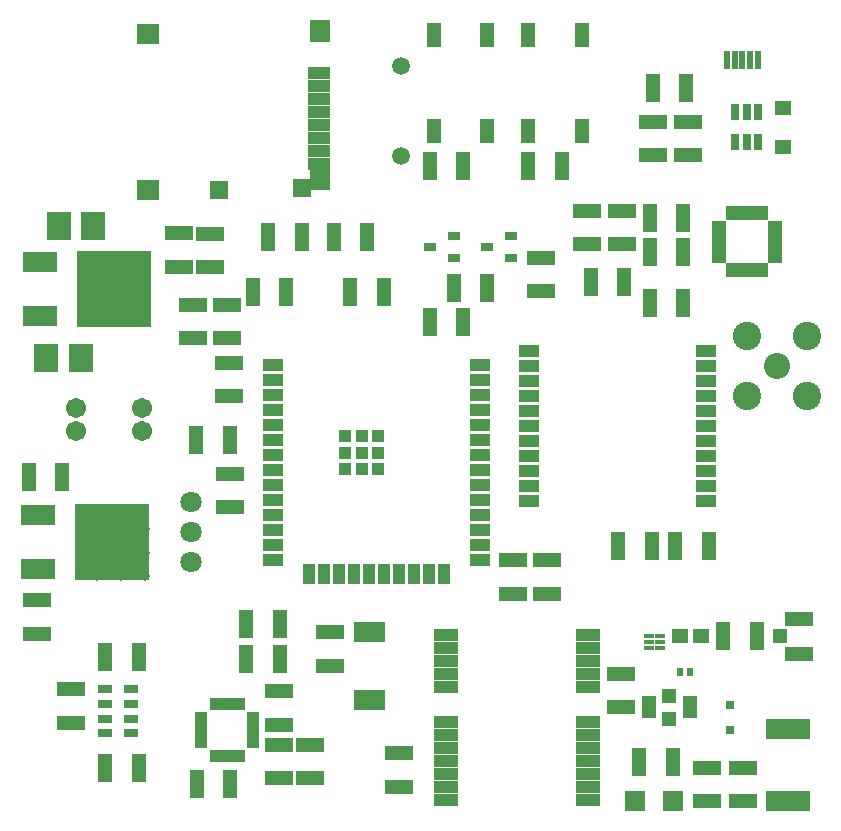
<source format=gts>
G04*
G04 #@! TF.GenerationSoftware,Altium Limited,Altium Designer,21.9.2 (33)*
G04*
G04 Layer_Color=8388736*
%FSLAX25Y25*%
%MOIN*%
G70*
G04*
G04 #@! TF.SameCoordinates,2BD51A12-542F-4E7F-AF7E-1702C203C590*
G04*
G04*
G04 #@! TF.FilePolarity,Negative*
G04*
G01*
G75*
%ADD55R,0.07887X0.09580*%
%ADD56R,0.04800X0.09700*%
%ADD57R,0.03123X0.05564*%
%ADD58R,0.05603X0.04619*%
%ADD59R,0.01981X0.04540*%
%ADD60R,0.04540X0.01981*%
%ADD61R,0.06706X0.03950*%
%ADD62R,0.04343X0.04343*%
%ADD63R,0.04343X0.06706*%
%ADD64R,0.06706X0.04343*%
%ADD65R,0.09700X0.04800*%
%ADD66R,0.04737X0.07887*%
%ADD67R,0.05918X0.05879*%
%ADD68R,0.06312X0.05879*%
%ADD69R,0.07414X0.03950*%
%ADD70R,0.06706X0.07099*%
%ADD71R,0.06706X0.07493*%
%ADD72R,0.07493X0.06706*%
%ADD73R,0.02375X0.06115*%
%ADD74R,0.03950X0.03162*%
%ADD75R,0.07099X0.06706*%
%ADD76R,0.04501X0.04501*%
%ADD77R,0.05091X0.07296*%
%ADD78R,0.02375X0.02769*%
%ADD79R,0.05328X0.05131*%
%ADD80R,0.03556X0.01706*%
%ADD81R,0.02572X0.06706*%
%ADD82R,0.05131X0.03162*%
%ADD83R,0.03950X0.02178*%
%ADD84R,0.02178X0.03950*%
%ADD85R,0.11824X0.06706*%
%ADD86R,0.24816X0.25603*%
%ADD87R,0.02572X0.03123*%
%ADD88R,0.04934X0.04737*%
%ADD89R,0.09461X0.04934*%
%ADD90R,0.14580X0.06706*%
%ADD91R,0.07887X0.03950*%
%ADD92C,0.05918*%
%ADD93C,0.06706*%
%ADD94C,0.09461*%
%ADD95C,0.08674*%
%ADD96C,0.07099*%
%ADD97C,0.03162*%
D55*
X30000Y203500D02*
D03*
X18504D02*
D03*
X14452Y159500D02*
D03*
X25948D02*
D03*
D56*
X227800Y249300D02*
D03*
X216600D02*
D03*
X251300Y66700D02*
D03*
X240100D02*
D03*
X99700Y199700D02*
D03*
X88500D02*
D03*
X64400Y132000D02*
D03*
X75600D02*
D03*
X186300Y223500D02*
D03*
X175100D02*
D03*
X153400Y223400D02*
D03*
X142200D02*
D03*
X83200Y181400D02*
D03*
X94400D02*
D03*
X121500Y199900D02*
D03*
X110300D02*
D03*
X127000Y181400D02*
D03*
X115800D02*
D03*
X142200Y171300D02*
D03*
X153400D02*
D03*
X161400Y182700D02*
D03*
X150200D02*
D03*
X195900Y184900D02*
D03*
X207100D02*
D03*
X215600Y206000D02*
D03*
X226800D02*
D03*
Y194900D02*
D03*
X215600D02*
D03*
Y177700D02*
D03*
X226800D02*
D03*
X223200Y24700D02*
D03*
X212000D02*
D03*
X224100Y96716D02*
D03*
X235300D02*
D03*
X216200Y96700D02*
D03*
X205000D02*
D03*
X34100Y22900D02*
D03*
X45300D02*
D03*
X34075Y59641D02*
D03*
X45275D02*
D03*
X92214Y59055D02*
D03*
X81014D02*
D03*
X92214Y70866D02*
D03*
X81014D02*
D03*
X64600Y17500D02*
D03*
X75800D02*
D03*
X8573Y119685D02*
D03*
X19773D02*
D03*
D57*
X251640Y241441D02*
D03*
X247900D02*
D03*
X244160D02*
D03*
Y231559D02*
D03*
X247900D02*
D03*
X251640D02*
D03*
D58*
X259949Y242597D02*
D03*
Y229683D02*
D03*
D59*
X253937Y207599D02*
D03*
X251969D02*
D03*
X250000D02*
D03*
X248031D02*
D03*
X246063D02*
D03*
X244094D02*
D03*
X242126D02*
D03*
X253937Y188702D02*
D03*
X251969D02*
D03*
X250000D02*
D03*
X248031D02*
D03*
X246063D02*
D03*
X244094D02*
D03*
X242126D02*
D03*
D60*
X238583Y204056D02*
D03*
Y202087D02*
D03*
Y200119D02*
D03*
Y198150D02*
D03*
Y196182D02*
D03*
Y194213D02*
D03*
Y192245D02*
D03*
X257480Y204056D02*
D03*
Y202087D02*
D03*
Y200119D02*
D03*
Y198150D02*
D03*
Y196182D02*
D03*
Y194213D02*
D03*
Y192245D02*
D03*
D61*
X234328Y161800D02*
D03*
Y156800D02*
D03*
Y151800D02*
D03*
Y146800D02*
D03*
Y141800D02*
D03*
Y136800D02*
D03*
Y131800D02*
D03*
Y126800D02*
D03*
Y121800D02*
D03*
Y116800D02*
D03*
Y111800D02*
D03*
X175272D02*
D03*
Y116800D02*
D03*
Y121800D02*
D03*
Y126800D02*
D03*
Y131800D02*
D03*
Y136800D02*
D03*
Y141800D02*
D03*
Y146800D02*
D03*
Y151800D02*
D03*
Y156800D02*
D03*
Y161800D02*
D03*
D62*
X114000Y133300D02*
D03*
X125024D02*
D03*
Y122276D02*
D03*
X114000D02*
D03*
X119512Y133300D02*
D03*
X114000Y127788D02*
D03*
X119512Y122276D02*
D03*
X125024Y127788D02*
D03*
X119512D02*
D03*
D63*
X146933Y87276D02*
D03*
X141933D02*
D03*
X136933D02*
D03*
X131933D02*
D03*
X101933D02*
D03*
X106933D02*
D03*
X111933D02*
D03*
X116933D02*
D03*
X126933D02*
D03*
X121933D02*
D03*
D64*
X158882Y156961D02*
D03*
Y151961D02*
D03*
Y146961D02*
D03*
Y141961D02*
D03*
Y136961D02*
D03*
Y131961D02*
D03*
Y126961D02*
D03*
Y121961D02*
D03*
Y116961D02*
D03*
Y111961D02*
D03*
Y106961D02*
D03*
Y101961D02*
D03*
Y96961D02*
D03*
Y91961D02*
D03*
X89984D02*
D03*
Y96961D02*
D03*
Y101961D02*
D03*
Y106961D02*
D03*
Y111961D02*
D03*
Y116961D02*
D03*
Y121961D02*
D03*
Y126961D02*
D03*
Y131961D02*
D03*
Y136961D02*
D03*
Y141961D02*
D03*
Y146961D02*
D03*
Y151961D02*
D03*
Y156961D02*
D03*
D65*
X228353Y227010D02*
D03*
Y238210D02*
D03*
X216700Y238200D02*
D03*
Y227000D02*
D03*
X75400Y146700D02*
D03*
Y157900D02*
D03*
X75600Y109600D02*
D03*
Y120800D02*
D03*
X179400Y181600D02*
D03*
Y192800D02*
D03*
X206200Y197300D02*
D03*
Y208500D02*
D03*
X194700D02*
D03*
Y197300D02*
D03*
X234600Y22900D02*
D03*
Y11700D02*
D03*
X181200Y92000D02*
D03*
Y80800D02*
D03*
X170100Y92000D02*
D03*
Y80800D02*
D03*
X74809Y177191D02*
D03*
Y165991D02*
D03*
X63373Y177191D02*
D03*
Y165991D02*
D03*
X69100Y200800D02*
D03*
Y189600D02*
D03*
X58600Y189900D02*
D03*
Y201100D02*
D03*
X132100Y16400D02*
D03*
Y27600D02*
D03*
X109000Y56900D02*
D03*
Y68100D02*
D03*
X22775Y49041D02*
D03*
Y37841D02*
D03*
X91900Y37200D02*
D03*
Y48400D02*
D03*
X102362Y30500D02*
D03*
Y19300D02*
D03*
X91900Y30500D02*
D03*
Y19300D02*
D03*
X11417Y78740D02*
D03*
Y67540D02*
D03*
X246700Y11700D02*
D03*
Y22900D02*
D03*
X206000Y43000D02*
D03*
Y54200D02*
D03*
D66*
X143642Y267242D02*
D03*
Y234958D02*
D03*
X161358D02*
D03*
Y267242D02*
D03*
X175149D02*
D03*
Y234958D02*
D03*
X192865D02*
D03*
Y267242D02*
D03*
D67*
X99559Y216104D02*
D03*
D68*
X71842Y215514D02*
D03*
D69*
X105425Y224195D02*
D03*
Y228526D02*
D03*
Y232856D02*
D03*
Y237187D02*
D03*
Y241518D02*
D03*
Y245848D02*
D03*
Y250179D02*
D03*
Y254510D02*
D03*
D70*
X105780Y218644D02*
D03*
D71*
Y268486D02*
D03*
D72*
X48221Y215514D02*
D03*
Y267482D02*
D03*
D73*
X241339Y258661D02*
D03*
X243898D02*
D03*
X246457D02*
D03*
X249016D02*
D03*
X251575D02*
D03*
D74*
X142247Y196457D02*
D03*
X150200Y200197D02*
D03*
Y192717D02*
D03*
X169331D02*
D03*
Y200197D02*
D03*
X161378Y196457D02*
D03*
D75*
X210600Y11700D02*
D03*
X223198D02*
D03*
D76*
X222091Y39142D02*
D03*
Y46858D02*
D03*
D77*
X228883Y43000D02*
D03*
X215300D02*
D03*
D78*
X225750Y54800D02*
D03*
X228900D02*
D03*
D79*
X225600Y66700D02*
D03*
X232687D02*
D03*
D80*
X215300Y62800D02*
D03*
Y64768D02*
D03*
Y66737D02*
D03*
X218961D02*
D03*
Y64768D02*
D03*
Y62800D02*
D03*
D81*
X118261Y45283D02*
D03*
X120820D02*
D03*
X123380D02*
D03*
X125939D02*
D03*
Y68117D02*
D03*
X123380D02*
D03*
X120820D02*
D03*
X118261D02*
D03*
D82*
X42713Y49030D02*
D03*
Y44109D02*
D03*
Y39187D02*
D03*
Y34266D02*
D03*
X34051D02*
D03*
Y39187D02*
D03*
Y44109D02*
D03*
Y49030D02*
D03*
D83*
X66142Y40354D02*
D03*
Y38386D02*
D03*
Y36417D02*
D03*
Y34449D02*
D03*
Y32480D02*
D03*
Y30512D02*
D03*
X83465D02*
D03*
Y32480D02*
D03*
Y34449D02*
D03*
Y36417D02*
D03*
Y38386D02*
D03*
Y40354D02*
D03*
D84*
X69882Y26772D02*
D03*
X71850D02*
D03*
X73819D02*
D03*
X75787D02*
D03*
X77756D02*
D03*
X79724D02*
D03*
X71850Y44094D02*
D03*
X77756D02*
D03*
X79724D02*
D03*
X73819D02*
D03*
X69882D02*
D03*
X75787D02*
D03*
D85*
X11594Y107032D02*
D03*
Y89031D02*
D03*
X12387Y191300D02*
D03*
Y173300D02*
D03*
D86*
X36220Y98032D02*
D03*
X37013Y182300D02*
D03*
D87*
X242200Y43854D02*
D03*
Y35546D02*
D03*
D88*
X259100Y66700D02*
D03*
D89*
X265301Y60893D02*
D03*
Y72507D02*
D03*
D90*
X261800Y11700D02*
D03*
Y35716D02*
D03*
D91*
X147638Y54162D02*
D03*
Y29359D02*
D03*
Y33690D02*
D03*
Y12036D02*
D03*
Y16367D02*
D03*
Y20698D02*
D03*
Y25028D02*
D03*
Y38021D02*
D03*
Y49832D02*
D03*
Y58493D02*
D03*
Y62824D02*
D03*
Y67154D02*
D03*
X194882D02*
D03*
Y62824D02*
D03*
Y58493D02*
D03*
Y54162D02*
D03*
Y49832D02*
D03*
Y38021D02*
D03*
Y33690D02*
D03*
Y29359D02*
D03*
Y25028D02*
D03*
Y20698D02*
D03*
Y16367D02*
D03*
Y12036D02*
D03*
D92*
X132806Y256661D02*
D03*
Y226739D02*
D03*
D93*
X46200Y134963D02*
D03*
Y142837D02*
D03*
X24300Y134963D02*
D03*
Y142837D02*
D03*
D94*
X268000Y166800D02*
D03*
X248000D02*
D03*
X268000Y146800D02*
D03*
X248000D02*
D03*
D95*
X258000Y156800D02*
D03*
D96*
X62700Y111500D02*
D03*
Y101500D02*
D03*
Y91500D02*
D03*
D97*
X12387Y191300D02*
D03*
X18504Y203500D02*
D03*
X47244Y86614D02*
D03*
X39370D02*
D03*
X31496D02*
D03*
X47244Y94488D02*
D03*
X31496D02*
D03*
X39370D02*
D03*
X47244Y102362D02*
D03*
X39370D02*
D03*
X31496D02*
D03*
M02*

</source>
